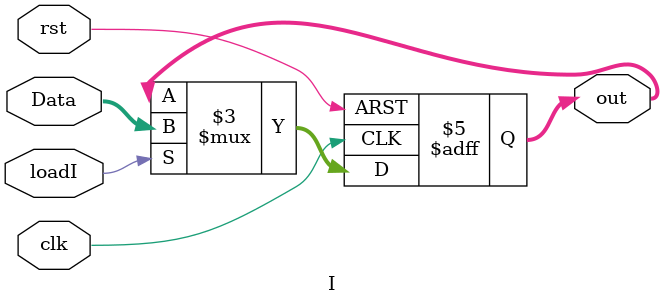
<source format=v>
`timescale 1ns/1ns
module I(input clk,rst,input loadI,input[7:0] Data,output reg[7:0] out);
  always@(posedge clk,posedge rst)begin
    if(rst)
      out=8'b 00000000;
    else if(loadI)
      out=Data;
    end
endmodule

</source>
